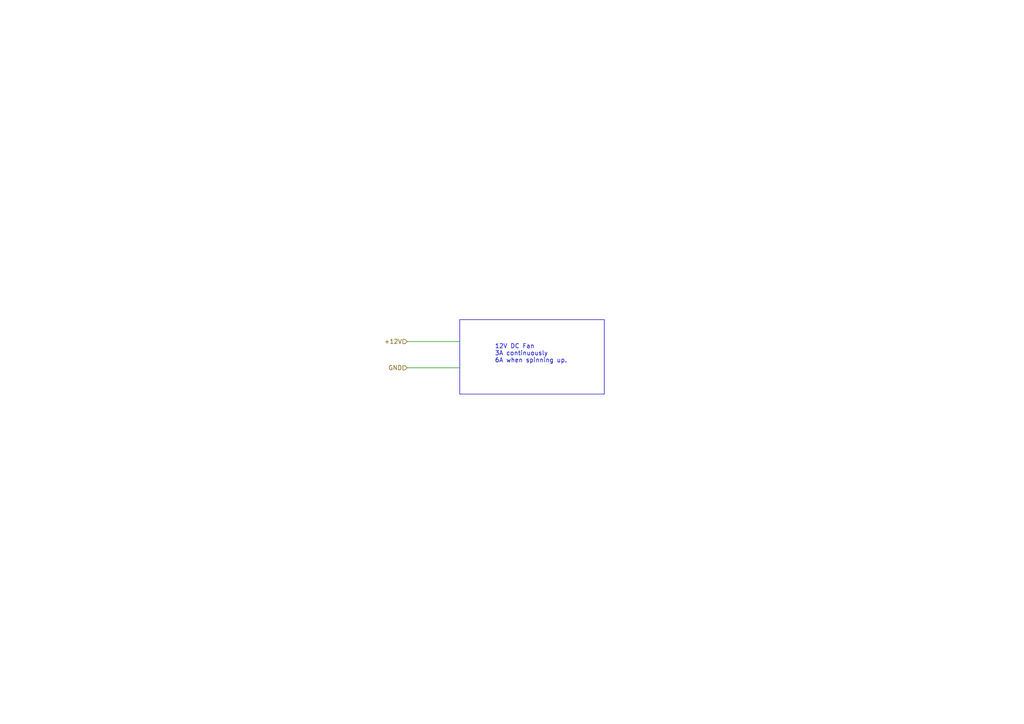
<source format=kicad_sch>
(kicad_sch (version 20230121) (generator eeschema)
  (paper "A4")
  (lib_symbols)
  (polyline (pts (xy 133.35 114.3) (xy 175.26 114.3)))
  (polyline (pts (xy 175.26 114.3) (xy 175.26 92.71)))
  (wire (pts (xy 118.11 99.06) (xy 133.35 99.06)))
  (wire (pts (xy 118.11 106.68) (xy 133.35 106.68)))
  (polyline (pts (xy 133.35 92.71) (xy 133.35 114.3)))
  (polyline (pts (xy 133.35 92.71) (xy 175.26 92.71)))
  (text "12V DC Fan\n3A continuously \n6A when spinning up.\n" (at 143.51 105.41 0) (effects (font (size 1.27 1.27)) (justify left bottom)))
  (hierarchical_label "GND" (shape input) (at 118.11 106.68 180))
  (hierarchical_label "+12V" (shape input) (at 118.11 99.06 180))
)
</source>
